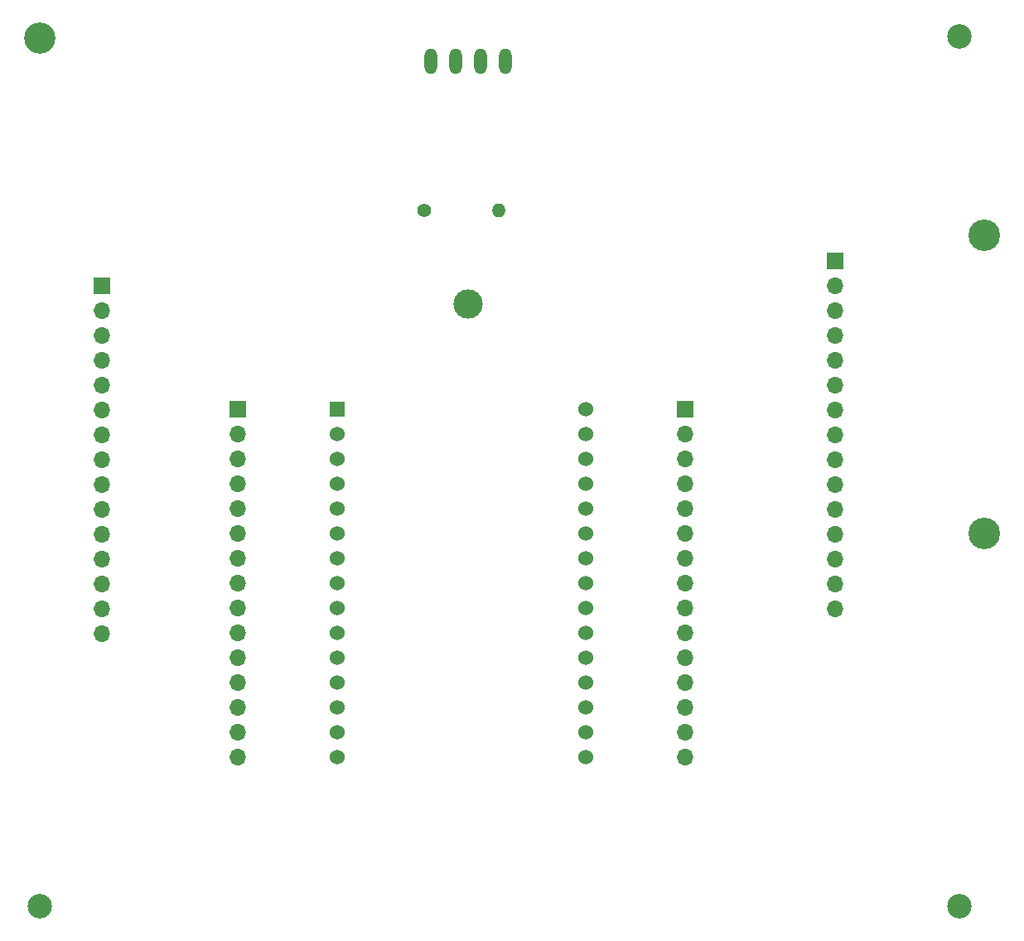
<source format=gbs>
G04 #@! TF.GenerationSoftware,KiCad,Pcbnew,(6.0.11-0)*
G04 #@! TF.CreationDate,2023-03-27T16:27:17-06:00*
G04 #@! TF.ProjectId,ESP_PCB,4553505f-5043-4422-9e6b-696361645f70,rev?*
G04 #@! TF.SameCoordinates,Original*
G04 #@! TF.FileFunction,Soldermask,Bot*
G04 #@! TF.FilePolarity,Negative*
%FSLAX46Y46*%
G04 Gerber Fmt 4.6, Leading zero omitted, Abs format (unit mm)*
G04 Created by KiCad (PCBNEW (6.0.11-0)) date 2023-03-27 16:27:17*
%MOMM*%
%LPD*%
G01*
G04 APERTURE LIST*
%ADD10C,3.230000*%
%ADD11R,1.700000X1.700000*%
%ADD12O,1.700000X1.700000*%
%ADD13C,2.500000*%
%ADD14C,1.400000*%
%ADD15O,1.400000X1.400000*%
%ADD16C,3.200000*%
%ADD17R,1.524000X1.524000*%
%ADD18C,1.524000*%
%ADD19C,3.000000*%
%ADD20O,1.308000X2.616000*%
G04 APERTURE END LIST*
D10*
X149900000Y-96480000D03*
D11*
X134645000Y-68610000D03*
D12*
X134645000Y-71150000D03*
X134645000Y-73690000D03*
X134645000Y-76230000D03*
X134645000Y-78770000D03*
X134645000Y-81310000D03*
X134645000Y-83850000D03*
X134645000Y-86390000D03*
X134645000Y-88930000D03*
X134645000Y-91470000D03*
X134645000Y-94010000D03*
X134645000Y-96550000D03*
X134645000Y-99090000D03*
X134645000Y-101630000D03*
X134645000Y-104170000D03*
D13*
X147400000Y-45680000D03*
X147400000Y-134620000D03*
X53420000Y-134580000D03*
D14*
X92710000Y-63500000D03*
D15*
X100330000Y-63500000D03*
D16*
X53420000Y-45840000D03*
D17*
X83820000Y-83820000D03*
D18*
X83820000Y-86360000D03*
X83820000Y-88900000D03*
X83820000Y-91440000D03*
X83820000Y-93980000D03*
X83820000Y-96520000D03*
X83820000Y-99060000D03*
X83820000Y-101600000D03*
X83820000Y-104140000D03*
X83820000Y-106680000D03*
X83820000Y-109220000D03*
X83820000Y-111760000D03*
X83820000Y-114300000D03*
X83820000Y-116840000D03*
X83820000Y-119380000D03*
X109220000Y-119380000D03*
X109220000Y-116840000D03*
X109220000Y-114300000D03*
X109220000Y-111760000D03*
X109220000Y-109220000D03*
X109220000Y-106680000D03*
X109220000Y-104140000D03*
X109220000Y-101600000D03*
X109220000Y-99060000D03*
X109220000Y-96520000D03*
X109220000Y-93980000D03*
X109220000Y-91440000D03*
X109220000Y-88900000D03*
X109220000Y-86360000D03*
X109220000Y-83820000D03*
D10*
X149900000Y-66040000D03*
D11*
X73660000Y-83820000D03*
D12*
X73660000Y-86360000D03*
X73660000Y-88900000D03*
X73660000Y-91440000D03*
X73660000Y-93980000D03*
X73660000Y-96520000D03*
X73660000Y-99060000D03*
X73660000Y-101600000D03*
X73660000Y-104140000D03*
X73660000Y-106680000D03*
X73660000Y-109220000D03*
X73660000Y-111760000D03*
X73660000Y-114300000D03*
X73660000Y-116840000D03*
X73660000Y-119380000D03*
D11*
X119380000Y-83820000D03*
D12*
X119380000Y-86360000D03*
X119380000Y-88900000D03*
X119380000Y-91440000D03*
X119380000Y-93980000D03*
X119380000Y-96520000D03*
X119380000Y-99060000D03*
X119380000Y-101600000D03*
X119380000Y-104140000D03*
X119380000Y-106680000D03*
X119380000Y-109220000D03*
X119380000Y-111760000D03*
X119380000Y-114300000D03*
X119380000Y-116840000D03*
X119380000Y-119380000D03*
D11*
X59740000Y-71180000D03*
D12*
X59740000Y-73720000D03*
X59740000Y-76260000D03*
X59740000Y-78800000D03*
X59740000Y-81340000D03*
X59740000Y-83880000D03*
X59740000Y-86420000D03*
X59740000Y-88960000D03*
X59740000Y-91500000D03*
X59740000Y-94040000D03*
X59740000Y-96580000D03*
X59740000Y-99120000D03*
X59740000Y-101660000D03*
X59740000Y-104200000D03*
X59740000Y-106740000D03*
D19*
X97155000Y-73025000D03*
D20*
X100965000Y-48260000D03*
X98425000Y-48260000D03*
X95885000Y-48260000D03*
X93345000Y-48260000D03*
M02*

</source>
